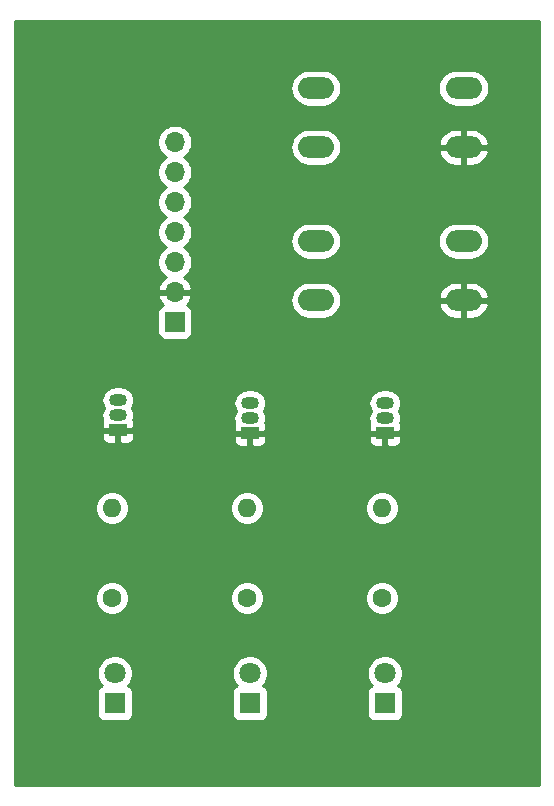
<source format=gbr>
%TF.GenerationSoftware,KiCad,Pcbnew,(5.1.10)-1*%
%TF.CreationDate,2021-10-31T23:54:57-05:00*%
%TF.ProjectId,File1,46696c65-312e-46b6-9963-61645f706362,rev?*%
%TF.SameCoordinates,Original*%
%TF.FileFunction,Copper,L2,Bot*%
%TF.FilePolarity,Positive*%
%FSLAX46Y46*%
G04 Gerber Fmt 4.6, Leading zero omitted, Abs format (unit mm)*
G04 Created by KiCad (PCBNEW (5.1.10)-1) date 2021-10-31 23:54:57*
%MOMM*%
%LPD*%
G01*
G04 APERTURE LIST*
%TA.AperFunction,ComponentPad*%
%ADD10O,1.500000X1.050000*%
%TD*%
%TA.AperFunction,ComponentPad*%
%ADD11R,1.500000X1.050000*%
%TD*%
%TA.AperFunction,ComponentPad*%
%ADD12R,1.800000X1.800000*%
%TD*%
%TA.AperFunction,ComponentPad*%
%ADD13C,1.800000*%
%TD*%
%TA.AperFunction,ComponentPad*%
%ADD14O,1.700000X1.700000*%
%TD*%
%TA.AperFunction,ComponentPad*%
%ADD15R,1.700000X1.700000*%
%TD*%
%TA.AperFunction,ComponentPad*%
%ADD16C,1.600000*%
%TD*%
%TA.AperFunction,ComponentPad*%
%ADD17O,1.600000X1.600000*%
%TD*%
%TA.AperFunction,ComponentPad*%
%ADD18O,3.048000X1.850000*%
%TD*%
%TA.AperFunction,Conductor*%
%ADD19C,0.254000*%
%TD*%
%TA.AperFunction,Conductor*%
%ADD20C,0.100000*%
%TD*%
G04 APERTURE END LIST*
D10*
%TO.P,Q1,2*%
%TO.N,/a1*%
X39878000Y-105156000D03*
%TO.P,Q1,3*%
%TO.N,Net-(Q1-Pad3)*%
X39878000Y-103886000D03*
D11*
%TO.P,Q1,1*%
%TO.N,GND*%
X39878000Y-106426000D03*
%TD*%
D12*
%TO.P,D1,1*%
%TO.N,Net-(D1-Pad1)*%
X39624000Y-129540000D03*
D13*
%TO.P,D1,2*%
%TO.N,VCC*%
X39624000Y-127000000D03*
%TD*%
%TO.P,D2,2*%
%TO.N,VCC*%
X51054000Y-127000000D03*
D12*
%TO.P,D2,1*%
%TO.N,Net-(D2-Pad1)*%
X51054000Y-129540000D03*
%TD*%
%TO.P,D3,1*%
%TO.N,Net-(D3-Pad1)*%
X62484000Y-129540000D03*
D13*
%TO.P,D3,2*%
%TO.N,VCC*%
X62484000Y-127000000D03*
%TD*%
D14*
%TO.P,J1,7*%
%TO.N,/S2*%
X44704000Y-82042000D03*
%TO.P,J1,6*%
%TO.N,/S1*%
X44704000Y-84582000D03*
%TO.P,J1,5*%
%TO.N,/a3*%
X44704000Y-87122000D03*
%TO.P,J1,4*%
%TO.N,/a2*%
X44704000Y-89662000D03*
%TO.P,J1,3*%
%TO.N,/a1*%
X44704000Y-92202000D03*
%TO.P,J1,2*%
%TO.N,GND*%
X44704000Y-94742000D03*
D15*
%TO.P,J1,1*%
%TO.N,VCC*%
X44704000Y-97282000D03*
%TD*%
D11*
%TO.P,Q2,1*%
%TO.N,GND*%
X51054000Y-106680000D03*
D10*
%TO.P,Q2,3*%
%TO.N,Net-(Q2-Pad3)*%
X51054000Y-104140000D03*
%TO.P,Q2,2*%
%TO.N,/a2*%
X51054000Y-105410000D03*
%TD*%
%TO.P,Q3,2*%
%TO.N,/a3*%
X62484000Y-105410000D03*
%TO.P,Q3,3*%
%TO.N,Net-(Q3-Pad3)*%
X62484000Y-104140000D03*
D11*
%TO.P,Q3,1*%
%TO.N,GND*%
X62484000Y-106680000D03*
%TD*%
D16*
%TO.P,R1,1*%
%TO.N,Net-(D1-Pad1)*%
X39370000Y-120650000D03*
D17*
%TO.P,R1,2*%
%TO.N,Net-(Q1-Pad3)*%
X39370000Y-113030000D03*
%TD*%
%TO.P,R2,2*%
%TO.N,Net-(Q2-Pad3)*%
X50800000Y-113030000D03*
D16*
%TO.P,R2,1*%
%TO.N,Net-(D2-Pad1)*%
X50800000Y-120650000D03*
%TD*%
%TO.P,R3,1*%
%TO.N,Net-(D3-Pad1)*%
X62230000Y-120650000D03*
D17*
%TO.P,R3,2*%
%TO.N,Net-(Q3-Pad3)*%
X62230000Y-113030000D03*
%TD*%
D18*
%TO.P,SW1,3*%
%TO.N,/S1*%
X69142000Y-77470000D03*
%TO.P,SW1,4*%
%TO.N,GND*%
X69142000Y-82470000D03*
%TO.P,SW1,1*%
%TO.N,Net-(SW1-Pad1)*%
X56642000Y-77470000D03*
%TO.P,SW1,2*%
%TO.N,Net-(SW1-Pad2)*%
X56642000Y-82470000D03*
%TD*%
%TO.P,SW2,2*%
%TO.N,Net-(SW2-Pad2)*%
X56642000Y-95424000D03*
%TO.P,SW2,1*%
%TO.N,Net-(SW2-Pad1)*%
X56642000Y-90424000D03*
%TO.P,SW2,4*%
%TO.N,GND*%
X69142000Y-95424000D03*
%TO.P,SW2,3*%
%TO.N,/S2*%
X69142000Y-90424000D03*
%TD*%
D19*
%TO.N,GND*%
X75540000Y-136500000D02*
X31140000Y-136500000D01*
X31140000Y-128640000D01*
X38085928Y-128640000D01*
X38085928Y-130440000D01*
X38098188Y-130564482D01*
X38134498Y-130684180D01*
X38193463Y-130794494D01*
X38272815Y-130891185D01*
X38369506Y-130970537D01*
X38479820Y-131029502D01*
X38599518Y-131065812D01*
X38724000Y-131078072D01*
X40524000Y-131078072D01*
X40648482Y-131065812D01*
X40768180Y-131029502D01*
X40878494Y-130970537D01*
X40975185Y-130891185D01*
X41054537Y-130794494D01*
X41113502Y-130684180D01*
X41149812Y-130564482D01*
X41162072Y-130440000D01*
X41162072Y-128640000D01*
X49515928Y-128640000D01*
X49515928Y-130440000D01*
X49528188Y-130564482D01*
X49564498Y-130684180D01*
X49623463Y-130794494D01*
X49702815Y-130891185D01*
X49799506Y-130970537D01*
X49909820Y-131029502D01*
X50029518Y-131065812D01*
X50154000Y-131078072D01*
X51954000Y-131078072D01*
X52078482Y-131065812D01*
X52198180Y-131029502D01*
X52308494Y-130970537D01*
X52405185Y-130891185D01*
X52484537Y-130794494D01*
X52543502Y-130684180D01*
X52579812Y-130564482D01*
X52592072Y-130440000D01*
X52592072Y-128640000D01*
X60945928Y-128640000D01*
X60945928Y-130440000D01*
X60958188Y-130564482D01*
X60994498Y-130684180D01*
X61053463Y-130794494D01*
X61132815Y-130891185D01*
X61229506Y-130970537D01*
X61339820Y-131029502D01*
X61459518Y-131065812D01*
X61584000Y-131078072D01*
X63384000Y-131078072D01*
X63508482Y-131065812D01*
X63628180Y-131029502D01*
X63738494Y-130970537D01*
X63835185Y-130891185D01*
X63914537Y-130794494D01*
X63973502Y-130684180D01*
X64009812Y-130564482D01*
X64022072Y-130440000D01*
X64022072Y-128640000D01*
X64009812Y-128515518D01*
X63973502Y-128395820D01*
X63914537Y-128285506D01*
X63835185Y-128188815D01*
X63738494Y-128109463D01*
X63628180Y-128050498D01*
X63609873Y-128044944D01*
X63676312Y-127978505D01*
X63844299Y-127727095D01*
X63960011Y-127447743D01*
X64019000Y-127151184D01*
X64019000Y-126848816D01*
X63960011Y-126552257D01*
X63844299Y-126272905D01*
X63676312Y-126021495D01*
X63462505Y-125807688D01*
X63211095Y-125639701D01*
X62931743Y-125523989D01*
X62635184Y-125465000D01*
X62332816Y-125465000D01*
X62036257Y-125523989D01*
X61756905Y-125639701D01*
X61505495Y-125807688D01*
X61291688Y-126021495D01*
X61123701Y-126272905D01*
X61007989Y-126552257D01*
X60949000Y-126848816D01*
X60949000Y-127151184D01*
X61007989Y-127447743D01*
X61123701Y-127727095D01*
X61291688Y-127978505D01*
X61358127Y-128044944D01*
X61339820Y-128050498D01*
X61229506Y-128109463D01*
X61132815Y-128188815D01*
X61053463Y-128285506D01*
X60994498Y-128395820D01*
X60958188Y-128515518D01*
X60945928Y-128640000D01*
X52592072Y-128640000D01*
X52579812Y-128515518D01*
X52543502Y-128395820D01*
X52484537Y-128285506D01*
X52405185Y-128188815D01*
X52308494Y-128109463D01*
X52198180Y-128050498D01*
X52179873Y-128044944D01*
X52246312Y-127978505D01*
X52414299Y-127727095D01*
X52530011Y-127447743D01*
X52589000Y-127151184D01*
X52589000Y-126848816D01*
X52530011Y-126552257D01*
X52414299Y-126272905D01*
X52246312Y-126021495D01*
X52032505Y-125807688D01*
X51781095Y-125639701D01*
X51501743Y-125523989D01*
X51205184Y-125465000D01*
X50902816Y-125465000D01*
X50606257Y-125523989D01*
X50326905Y-125639701D01*
X50075495Y-125807688D01*
X49861688Y-126021495D01*
X49693701Y-126272905D01*
X49577989Y-126552257D01*
X49519000Y-126848816D01*
X49519000Y-127151184D01*
X49577989Y-127447743D01*
X49693701Y-127727095D01*
X49861688Y-127978505D01*
X49928127Y-128044944D01*
X49909820Y-128050498D01*
X49799506Y-128109463D01*
X49702815Y-128188815D01*
X49623463Y-128285506D01*
X49564498Y-128395820D01*
X49528188Y-128515518D01*
X49515928Y-128640000D01*
X41162072Y-128640000D01*
X41149812Y-128515518D01*
X41113502Y-128395820D01*
X41054537Y-128285506D01*
X40975185Y-128188815D01*
X40878494Y-128109463D01*
X40768180Y-128050498D01*
X40749873Y-128044944D01*
X40816312Y-127978505D01*
X40984299Y-127727095D01*
X41100011Y-127447743D01*
X41159000Y-127151184D01*
X41159000Y-126848816D01*
X41100011Y-126552257D01*
X40984299Y-126272905D01*
X40816312Y-126021495D01*
X40602505Y-125807688D01*
X40351095Y-125639701D01*
X40071743Y-125523989D01*
X39775184Y-125465000D01*
X39472816Y-125465000D01*
X39176257Y-125523989D01*
X38896905Y-125639701D01*
X38645495Y-125807688D01*
X38431688Y-126021495D01*
X38263701Y-126272905D01*
X38147989Y-126552257D01*
X38089000Y-126848816D01*
X38089000Y-127151184D01*
X38147989Y-127447743D01*
X38263701Y-127727095D01*
X38431688Y-127978505D01*
X38498127Y-128044944D01*
X38479820Y-128050498D01*
X38369506Y-128109463D01*
X38272815Y-128188815D01*
X38193463Y-128285506D01*
X38134498Y-128395820D01*
X38098188Y-128515518D01*
X38085928Y-128640000D01*
X31140000Y-128640000D01*
X31140000Y-120508665D01*
X37935000Y-120508665D01*
X37935000Y-120791335D01*
X37990147Y-121068574D01*
X38098320Y-121329727D01*
X38255363Y-121564759D01*
X38455241Y-121764637D01*
X38690273Y-121921680D01*
X38951426Y-122029853D01*
X39228665Y-122085000D01*
X39511335Y-122085000D01*
X39788574Y-122029853D01*
X40049727Y-121921680D01*
X40284759Y-121764637D01*
X40484637Y-121564759D01*
X40641680Y-121329727D01*
X40749853Y-121068574D01*
X40805000Y-120791335D01*
X40805000Y-120508665D01*
X49365000Y-120508665D01*
X49365000Y-120791335D01*
X49420147Y-121068574D01*
X49528320Y-121329727D01*
X49685363Y-121564759D01*
X49885241Y-121764637D01*
X50120273Y-121921680D01*
X50381426Y-122029853D01*
X50658665Y-122085000D01*
X50941335Y-122085000D01*
X51218574Y-122029853D01*
X51479727Y-121921680D01*
X51714759Y-121764637D01*
X51914637Y-121564759D01*
X52071680Y-121329727D01*
X52179853Y-121068574D01*
X52235000Y-120791335D01*
X52235000Y-120508665D01*
X60795000Y-120508665D01*
X60795000Y-120791335D01*
X60850147Y-121068574D01*
X60958320Y-121329727D01*
X61115363Y-121564759D01*
X61315241Y-121764637D01*
X61550273Y-121921680D01*
X61811426Y-122029853D01*
X62088665Y-122085000D01*
X62371335Y-122085000D01*
X62648574Y-122029853D01*
X62909727Y-121921680D01*
X63144759Y-121764637D01*
X63344637Y-121564759D01*
X63501680Y-121329727D01*
X63609853Y-121068574D01*
X63665000Y-120791335D01*
X63665000Y-120508665D01*
X63609853Y-120231426D01*
X63501680Y-119970273D01*
X63344637Y-119735241D01*
X63144759Y-119535363D01*
X62909727Y-119378320D01*
X62648574Y-119270147D01*
X62371335Y-119215000D01*
X62088665Y-119215000D01*
X61811426Y-119270147D01*
X61550273Y-119378320D01*
X61315241Y-119535363D01*
X61115363Y-119735241D01*
X60958320Y-119970273D01*
X60850147Y-120231426D01*
X60795000Y-120508665D01*
X52235000Y-120508665D01*
X52179853Y-120231426D01*
X52071680Y-119970273D01*
X51914637Y-119735241D01*
X51714759Y-119535363D01*
X51479727Y-119378320D01*
X51218574Y-119270147D01*
X50941335Y-119215000D01*
X50658665Y-119215000D01*
X50381426Y-119270147D01*
X50120273Y-119378320D01*
X49885241Y-119535363D01*
X49685363Y-119735241D01*
X49528320Y-119970273D01*
X49420147Y-120231426D01*
X49365000Y-120508665D01*
X40805000Y-120508665D01*
X40749853Y-120231426D01*
X40641680Y-119970273D01*
X40484637Y-119735241D01*
X40284759Y-119535363D01*
X40049727Y-119378320D01*
X39788574Y-119270147D01*
X39511335Y-119215000D01*
X39228665Y-119215000D01*
X38951426Y-119270147D01*
X38690273Y-119378320D01*
X38455241Y-119535363D01*
X38255363Y-119735241D01*
X38098320Y-119970273D01*
X37990147Y-120231426D01*
X37935000Y-120508665D01*
X31140000Y-120508665D01*
X31140000Y-112888665D01*
X37935000Y-112888665D01*
X37935000Y-113171335D01*
X37990147Y-113448574D01*
X38098320Y-113709727D01*
X38255363Y-113944759D01*
X38455241Y-114144637D01*
X38690273Y-114301680D01*
X38951426Y-114409853D01*
X39228665Y-114465000D01*
X39511335Y-114465000D01*
X39788574Y-114409853D01*
X40049727Y-114301680D01*
X40284759Y-114144637D01*
X40484637Y-113944759D01*
X40641680Y-113709727D01*
X40749853Y-113448574D01*
X40805000Y-113171335D01*
X40805000Y-112888665D01*
X49365000Y-112888665D01*
X49365000Y-113171335D01*
X49420147Y-113448574D01*
X49528320Y-113709727D01*
X49685363Y-113944759D01*
X49885241Y-114144637D01*
X50120273Y-114301680D01*
X50381426Y-114409853D01*
X50658665Y-114465000D01*
X50941335Y-114465000D01*
X51218574Y-114409853D01*
X51479727Y-114301680D01*
X51714759Y-114144637D01*
X51914637Y-113944759D01*
X52071680Y-113709727D01*
X52179853Y-113448574D01*
X52235000Y-113171335D01*
X52235000Y-112888665D01*
X60795000Y-112888665D01*
X60795000Y-113171335D01*
X60850147Y-113448574D01*
X60958320Y-113709727D01*
X61115363Y-113944759D01*
X61315241Y-114144637D01*
X61550273Y-114301680D01*
X61811426Y-114409853D01*
X62088665Y-114465000D01*
X62371335Y-114465000D01*
X62648574Y-114409853D01*
X62909727Y-114301680D01*
X63144759Y-114144637D01*
X63344637Y-113944759D01*
X63501680Y-113709727D01*
X63609853Y-113448574D01*
X63665000Y-113171335D01*
X63665000Y-112888665D01*
X63609853Y-112611426D01*
X63501680Y-112350273D01*
X63344637Y-112115241D01*
X63144759Y-111915363D01*
X62909727Y-111758320D01*
X62648574Y-111650147D01*
X62371335Y-111595000D01*
X62088665Y-111595000D01*
X61811426Y-111650147D01*
X61550273Y-111758320D01*
X61315241Y-111915363D01*
X61115363Y-112115241D01*
X60958320Y-112350273D01*
X60850147Y-112611426D01*
X60795000Y-112888665D01*
X52235000Y-112888665D01*
X52179853Y-112611426D01*
X52071680Y-112350273D01*
X51914637Y-112115241D01*
X51714759Y-111915363D01*
X51479727Y-111758320D01*
X51218574Y-111650147D01*
X50941335Y-111595000D01*
X50658665Y-111595000D01*
X50381426Y-111650147D01*
X50120273Y-111758320D01*
X49885241Y-111915363D01*
X49685363Y-112115241D01*
X49528320Y-112350273D01*
X49420147Y-112611426D01*
X49365000Y-112888665D01*
X40805000Y-112888665D01*
X40749853Y-112611426D01*
X40641680Y-112350273D01*
X40484637Y-112115241D01*
X40284759Y-111915363D01*
X40049727Y-111758320D01*
X39788574Y-111650147D01*
X39511335Y-111595000D01*
X39228665Y-111595000D01*
X38951426Y-111650147D01*
X38690273Y-111758320D01*
X38455241Y-111915363D01*
X38255363Y-112115241D01*
X38098320Y-112350273D01*
X37990147Y-112611426D01*
X37935000Y-112888665D01*
X31140000Y-112888665D01*
X31140000Y-106951000D01*
X38489928Y-106951000D01*
X38502188Y-107075482D01*
X38538498Y-107195180D01*
X38597463Y-107305494D01*
X38676815Y-107402185D01*
X38773506Y-107481537D01*
X38883820Y-107540502D01*
X39003518Y-107576812D01*
X39128000Y-107589072D01*
X39592250Y-107586000D01*
X39751000Y-107427250D01*
X39751000Y-106553000D01*
X40005000Y-106553000D01*
X40005000Y-107427250D01*
X40163750Y-107586000D01*
X40628000Y-107589072D01*
X40752482Y-107576812D01*
X40872180Y-107540502D01*
X40982494Y-107481537D01*
X41079185Y-107402185D01*
X41158537Y-107305494D01*
X41212253Y-107205000D01*
X49665928Y-107205000D01*
X49678188Y-107329482D01*
X49714498Y-107449180D01*
X49773463Y-107559494D01*
X49852815Y-107656185D01*
X49949506Y-107735537D01*
X50059820Y-107794502D01*
X50179518Y-107830812D01*
X50304000Y-107843072D01*
X50768250Y-107840000D01*
X50927000Y-107681250D01*
X50927000Y-106807000D01*
X51181000Y-106807000D01*
X51181000Y-107681250D01*
X51339750Y-107840000D01*
X51804000Y-107843072D01*
X51928482Y-107830812D01*
X52048180Y-107794502D01*
X52158494Y-107735537D01*
X52255185Y-107656185D01*
X52334537Y-107559494D01*
X52393502Y-107449180D01*
X52429812Y-107329482D01*
X52442072Y-107205000D01*
X61095928Y-107205000D01*
X61108188Y-107329482D01*
X61144498Y-107449180D01*
X61203463Y-107559494D01*
X61282815Y-107656185D01*
X61379506Y-107735537D01*
X61489820Y-107794502D01*
X61609518Y-107830812D01*
X61734000Y-107843072D01*
X62198250Y-107840000D01*
X62357000Y-107681250D01*
X62357000Y-106807000D01*
X62611000Y-106807000D01*
X62611000Y-107681250D01*
X62769750Y-107840000D01*
X63234000Y-107843072D01*
X63358482Y-107830812D01*
X63478180Y-107794502D01*
X63588494Y-107735537D01*
X63685185Y-107656185D01*
X63764537Y-107559494D01*
X63823502Y-107449180D01*
X63859812Y-107329482D01*
X63872072Y-107205000D01*
X63869000Y-106965750D01*
X63710250Y-106807000D01*
X62611000Y-106807000D01*
X62357000Y-106807000D01*
X61257750Y-106807000D01*
X61099000Y-106965750D01*
X61095928Y-107205000D01*
X52442072Y-107205000D01*
X52439000Y-106965750D01*
X52280250Y-106807000D01*
X51181000Y-106807000D01*
X50927000Y-106807000D01*
X49827750Y-106807000D01*
X49669000Y-106965750D01*
X49665928Y-107205000D01*
X41212253Y-107205000D01*
X41217502Y-107195180D01*
X41253812Y-107075482D01*
X41266072Y-106951000D01*
X41263000Y-106711750D01*
X41104250Y-106553000D01*
X40005000Y-106553000D01*
X39751000Y-106553000D01*
X38651750Y-106553000D01*
X38493000Y-106711750D01*
X38489928Y-106951000D01*
X31140000Y-106951000D01*
X31140000Y-103886000D01*
X38487388Y-103886000D01*
X38509785Y-104113400D01*
X38576115Y-104332060D01*
X38677105Y-104521000D01*
X38576115Y-104709940D01*
X38509785Y-104928600D01*
X38487388Y-105156000D01*
X38509785Y-105383400D01*
X38573093Y-105592098D01*
X38538498Y-105656820D01*
X38502188Y-105776518D01*
X38489928Y-105901000D01*
X38493000Y-106140250D01*
X38651750Y-106299000D01*
X39424891Y-106299000D01*
X39425600Y-106299215D01*
X39596021Y-106316000D01*
X40159979Y-106316000D01*
X40330400Y-106299215D01*
X40331109Y-106299000D01*
X41104250Y-106299000D01*
X41263000Y-106140250D01*
X41266072Y-105901000D01*
X41253812Y-105776518D01*
X41217502Y-105656820D01*
X41182907Y-105592098D01*
X41246215Y-105383400D01*
X41268612Y-105156000D01*
X41246215Y-104928600D01*
X41179885Y-104709940D01*
X41078895Y-104521000D01*
X41179885Y-104332060D01*
X41238145Y-104140000D01*
X49663388Y-104140000D01*
X49685785Y-104367400D01*
X49752115Y-104586060D01*
X49853105Y-104775000D01*
X49752115Y-104963940D01*
X49685785Y-105182600D01*
X49663388Y-105410000D01*
X49685785Y-105637400D01*
X49749093Y-105846098D01*
X49714498Y-105910820D01*
X49678188Y-106030518D01*
X49665928Y-106155000D01*
X49669000Y-106394250D01*
X49827750Y-106553000D01*
X50600891Y-106553000D01*
X50601600Y-106553215D01*
X50772021Y-106570000D01*
X51335979Y-106570000D01*
X51506400Y-106553215D01*
X51507109Y-106553000D01*
X52280250Y-106553000D01*
X52439000Y-106394250D01*
X52442072Y-106155000D01*
X52429812Y-106030518D01*
X52393502Y-105910820D01*
X52358907Y-105846098D01*
X52422215Y-105637400D01*
X52444612Y-105410000D01*
X52422215Y-105182600D01*
X52355885Y-104963940D01*
X52254895Y-104775000D01*
X52355885Y-104586060D01*
X52422215Y-104367400D01*
X52444612Y-104140000D01*
X61093388Y-104140000D01*
X61115785Y-104367400D01*
X61182115Y-104586060D01*
X61283105Y-104775000D01*
X61182115Y-104963940D01*
X61115785Y-105182600D01*
X61093388Y-105410000D01*
X61115785Y-105637400D01*
X61179093Y-105846098D01*
X61144498Y-105910820D01*
X61108188Y-106030518D01*
X61095928Y-106155000D01*
X61099000Y-106394250D01*
X61257750Y-106553000D01*
X62030891Y-106553000D01*
X62031600Y-106553215D01*
X62202021Y-106570000D01*
X62765979Y-106570000D01*
X62936400Y-106553215D01*
X62937109Y-106553000D01*
X63710250Y-106553000D01*
X63869000Y-106394250D01*
X63872072Y-106155000D01*
X63859812Y-106030518D01*
X63823502Y-105910820D01*
X63788907Y-105846098D01*
X63852215Y-105637400D01*
X63874612Y-105410000D01*
X63852215Y-105182600D01*
X63785885Y-104963940D01*
X63684895Y-104775000D01*
X63785885Y-104586060D01*
X63852215Y-104367400D01*
X63874612Y-104140000D01*
X63852215Y-103912600D01*
X63785885Y-103693940D01*
X63678171Y-103492421D01*
X63533212Y-103315788D01*
X63356579Y-103170829D01*
X63155060Y-103063115D01*
X62936400Y-102996785D01*
X62765979Y-102980000D01*
X62202021Y-102980000D01*
X62031600Y-102996785D01*
X61812940Y-103063115D01*
X61611421Y-103170829D01*
X61434788Y-103315788D01*
X61289829Y-103492421D01*
X61182115Y-103693940D01*
X61115785Y-103912600D01*
X61093388Y-104140000D01*
X52444612Y-104140000D01*
X52422215Y-103912600D01*
X52355885Y-103693940D01*
X52248171Y-103492421D01*
X52103212Y-103315788D01*
X51926579Y-103170829D01*
X51725060Y-103063115D01*
X51506400Y-102996785D01*
X51335979Y-102980000D01*
X50772021Y-102980000D01*
X50601600Y-102996785D01*
X50382940Y-103063115D01*
X50181421Y-103170829D01*
X50004788Y-103315788D01*
X49859829Y-103492421D01*
X49752115Y-103693940D01*
X49685785Y-103912600D01*
X49663388Y-104140000D01*
X41238145Y-104140000D01*
X41246215Y-104113400D01*
X41268612Y-103886000D01*
X41246215Y-103658600D01*
X41179885Y-103439940D01*
X41072171Y-103238421D01*
X40927212Y-103061788D01*
X40750579Y-102916829D01*
X40549060Y-102809115D01*
X40330400Y-102742785D01*
X40159979Y-102726000D01*
X39596021Y-102726000D01*
X39425600Y-102742785D01*
X39206940Y-102809115D01*
X39005421Y-102916829D01*
X38828788Y-103061788D01*
X38683829Y-103238421D01*
X38576115Y-103439940D01*
X38509785Y-103658600D01*
X38487388Y-103886000D01*
X31140000Y-103886000D01*
X31140000Y-96432000D01*
X43215928Y-96432000D01*
X43215928Y-98132000D01*
X43228188Y-98256482D01*
X43264498Y-98376180D01*
X43323463Y-98486494D01*
X43402815Y-98583185D01*
X43499506Y-98662537D01*
X43609820Y-98721502D01*
X43729518Y-98757812D01*
X43854000Y-98770072D01*
X45554000Y-98770072D01*
X45678482Y-98757812D01*
X45798180Y-98721502D01*
X45908494Y-98662537D01*
X46005185Y-98583185D01*
X46084537Y-98486494D01*
X46143502Y-98376180D01*
X46179812Y-98256482D01*
X46192072Y-98132000D01*
X46192072Y-96432000D01*
X46179812Y-96307518D01*
X46143502Y-96187820D01*
X46084537Y-96077506D01*
X46005185Y-95980815D01*
X45908494Y-95901463D01*
X45798180Y-95842498D01*
X45717534Y-95818034D01*
X45801588Y-95742269D01*
X45975641Y-95508920D01*
X46016089Y-95424000D01*
X54475452Y-95424000D01*
X54505572Y-95729813D01*
X54594774Y-96023875D01*
X54739631Y-96294883D01*
X54934576Y-96532424D01*
X55172117Y-96727369D01*
X55443125Y-96872226D01*
X55737187Y-96961428D01*
X55966364Y-96984000D01*
X57317636Y-96984000D01*
X57546813Y-96961428D01*
X57840875Y-96872226D01*
X58111883Y-96727369D01*
X58349424Y-96532424D01*
X58544369Y-96294883D01*
X58689226Y-96023875D01*
X58759362Y-95792664D01*
X67027188Y-95792664D01*
X67053147Y-95903655D01*
X67175350Y-96185094D01*
X67350111Y-96437285D01*
X67570714Y-96650536D01*
X67828681Y-96816652D01*
X68114099Y-96929249D01*
X68416000Y-96984000D01*
X69015000Y-96984000D01*
X69015000Y-95551000D01*
X69269000Y-95551000D01*
X69269000Y-96984000D01*
X69868000Y-96984000D01*
X70169901Y-96929249D01*
X70455319Y-96816652D01*
X70713286Y-96650536D01*
X70933889Y-96437285D01*
X71108650Y-96185094D01*
X71230853Y-95903655D01*
X71256812Y-95792664D01*
X71136483Y-95551000D01*
X69269000Y-95551000D01*
X69015000Y-95551000D01*
X67147517Y-95551000D01*
X67027188Y-95792664D01*
X58759362Y-95792664D01*
X58778428Y-95729813D01*
X58808548Y-95424000D01*
X58778428Y-95118187D01*
X58759363Y-95055336D01*
X67027188Y-95055336D01*
X67147517Y-95297000D01*
X69015000Y-95297000D01*
X69015000Y-93864000D01*
X69269000Y-93864000D01*
X69269000Y-95297000D01*
X71136483Y-95297000D01*
X71256812Y-95055336D01*
X71230853Y-94944345D01*
X71108650Y-94662906D01*
X70933889Y-94410715D01*
X70713286Y-94197464D01*
X70455319Y-94031348D01*
X70169901Y-93918751D01*
X69868000Y-93864000D01*
X69269000Y-93864000D01*
X69015000Y-93864000D01*
X68416000Y-93864000D01*
X68114099Y-93918751D01*
X67828681Y-94031348D01*
X67570714Y-94197464D01*
X67350111Y-94410715D01*
X67175350Y-94662906D01*
X67053147Y-94944345D01*
X67027188Y-95055336D01*
X58759363Y-95055336D01*
X58689226Y-94824125D01*
X58544369Y-94553117D01*
X58349424Y-94315576D01*
X58111883Y-94120631D01*
X57840875Y-93975774D01*
X57546813Y-93886572D01*
X57317636Y-93864000D01*
X55966364Y-93864000D01*
X55737187Y-93886572D01*
X55443125Y-93975774D01*
X55172117Y-94120631D01*
X54934576Y-94315576D01*
X54739631Y-94553117D01*
X54594774Y-94824125D01*
X54505572Y-95118187D01*
X54475452Y-95424000D01*
X46016089Y-95424000D01*
X46100825Y-95246099D01*
X46145476Y-95098890D01*
X46024155Y-94869000D01*
X44831000Y-94869000D01*
X44831000Y-94889000D01*
X44577000Y-94889000D01*
X44577000Y-94869000D01*
X43383845Y-94869000D01*
X43262524Y-95098890D01*
X43307175Y-95246099D01*
X43432359Y-95508920D01*
X43606412Y-95742269D01*
X43690466Y-95818034D01*
X43609820Y-95842498D01*
X43499506Y-95901463D01*
X43402815Y-95980815D01*
X43323463Y-96077506D01*
X43264498Y-96187820D01*
X43228188Y-96307518D01*
X43215928Y-96432000D01*
X31140000Y-96432000D01*
X31140000Y-81895740D01*
X43219000Y-81895740D01*
X43219000Y-82188260D01*
X43276068Y-82475158D01*
X43388010Y-82745411D01*
X43550525Y-82988632D01*
X43757368Y-83195475D01*
X43931760Y-83312000D01*
X43757368Y-83428525D01*
X43550525Y-83635368D01*
X43388010Y-83878589D01*
X43276068Y-84148842D01*
X43219000Y-84435740D01*
X43219000Y-84728260D01*
X43276068Y-85015158D01*
X43388010Y-85285411D01*
X43550525Y-85528632D01*
X43757368Y-85735475D01*
X43931760Y-85852000D01*
X43757368Y-85968525D01*
X43550525Y-86175368D01*
X43388010Y-86418589D01*
X43276068Y-86688842D01*
X43219000Y-86975740D01*
X43219000Y-87268260D01*
X43276068Y-87555158D01*
X43388010Y-87825411D01*
X43550525Y-88068632D01*
X43757368Y-88275475D01*
X43931760Y-88392000D01*
X43757368Y-88508525D01*
X43550525Y-88715368D01*
X43388010Y-88958589D01*
X43276068Y-89228842D01*
X43219000Y-89515740D01*
X43219000Y-89808260D01*
X43276068Y-90095158D01*
X43388010Y-90365411D01*
X43550525Y-90608632D01*
X43757368Y-90815475D01*
X43931760Y-90932000D01*
X43757368Y-91048525D01*
X43550525Y-91255368D01*
X43388010Y-91498589D01*
X43276068Y-91768842D01*
X43219000Y-92055740D01*
X43219000Y-92348260D01*
X43276068Y-92635158D01*
X43388010Y-92905411D01*
X43550525Y-93148632D01*
X43757368Y-93355475D01*
X43939534Y-93477195D01*
X43822645Y-93546822D01*
X43606412Y-93741731D01*
X43432359Y-93975080D01*
X43307175Y-94237901D01*
X43262524Y-94385110D01*
X43383845Y-94615000D01*
X44577000Y-94615000D01*
X44577000Y-94595000D01*
X44831000Y-94595000D01*
X44831000Y-94615000D01*
X46024155Y-94615000D01*
X46145476Y-94385110D01*
X46100825Y-94237901D01*
X45975641Y-93975080D01*
X45801588Y-93741731D01*
X45585355Y-93546822D01*
X45468466Y-93477195D01*
X45650632Y-93355475D01*
X45857475Y-93148632D01*
X46019990Y-92905411D01*
X46131932Y-92635158D01*
X46189000Y-92348260D01*
X46189000Y-92055740D01*
X46131932Y-91768842D01*
X46019990Y-91498589D01*
X45857475Y-91255368D01*
X45650632Y-91048525D01*
X45476240Y-90932000D01*
X45650632Y-90815475D01*
X45857475Y-90608632D01*
X45980842Y-90424000D01*
X54475452Y-90424000D01*
X54505572Y-90729813D01*
X54594774Y-91023875D01*
X54739631Y-91294883D01*
X54934576Y-91532424D01*
X55172117Y-91727369D01*
X55443125Y-91872226D01*
X55737187Y-91961428D01*
X55966364Y-91984000D01*
X57317636Y-91984000D01*
X57546813Y-91961428D01*
X57840875Y-91872226D01*
X58111883Y-91727369D01*
X58349424Y-91532424D01*
X58544369Y-91294883D01*
X58689226Y-91023875D01*
X58778428Y-90729813D01*
X58808548Y-90424000D01*
X66975452Y-90424000D01*
X67005572Y-90729813D01*
X67094774Y-91023875D01*
X67239631Y-91294883D01*
X67434576Y-91532424D01*
X67672117Y-91727369D01*
X67943125Y-91872226D01*
X68237187Y-91961428D01*
X68466364Y-91984000D01*
X69817636Y-91984000D01*
X70046813Y-91961428D01*
X70340875Y-91872226D01*
X70611883Y-91727369D01*
X70849424Y-91532424D01*
X71044369Y-91294883D01*
X71189226Y-91023875D01*
X71278428Y-90729813D01*
X71308548Y-90424000D01*
X71278428Y-90118187D01*
X71189226Y-89824125D01*
X71044369Y-89553117D01*
X70849424Y-89315576D01*
X70611883Y-89120631D01*
X70340875Y-88975774D01*
X70046813Y-88886572D01*
X69817636Y-88864000D01*
X68466364Y-88864000D01*
X68237187Y-88886572D01*
X67943125Y-88975774D01*
X67672117Y-89120631D01*
X67434576Y-89315576D01*
X67239631Y-89553117D01*
X67094774Y-89824125D01*
X67005572Y-90118187D01*
X66975452Y-90424000D01*
X58808548Y-90424000D01*
X58778428Y-90118187D01*
X58689226Y-89824125D01*
X58544369Y-89553117D01*
X58349424Y-89315576D01*
X58111883Y-89120631D01*
X57840875Y-88975774D01*
X57546813Y-88886572D01*
X57317636Y-88864000D01*
X55966364Y-88864000D01*
X55737187Y-88886572D01*
X55443125Y-88975774D01*
X55172117Y-89120631D01*
X54934576Y-89315576D01*
X54739631Y-89553117D01*
X54594774Y-89824125D01*
X54505572Y-90118187D01*
X54475452Y-90424000D01*
X45980842Y-90424000D01*
X46019990Y-90365411D01*
X46131932Y-90095158D01*
X46189000Y-89808260D01*
X46189000Y-89515740D01*
X46131932Y-89228842D01*
X46019990Y-88958589D01*
X45857475Y-88715368D01*
X45650632Y-88508525D01*
X45476240Y-88392000D01*
X45650632Y-88275475D01*
X45857475Y-88068632D01*
X46019990Y-87825411D01*
X46131932Y-87555158D01*
X46189000Y-87268260D01*
X46189000Y-86975740D01*
X46131932Y-86688842D01*
X46019990Y-86418589D01*
X45857475Y-86175368D01*
X45650632Y-85968525D01*
X45476240Y-85852000D01*
X45650632Y-85735475D01*
X45857475Y-85528632D01*
X46019990Y-85285411D01*
X46131932Y-85015158D01*
X46189000Y-84728260D01*
X46189000Y-84435740D01*
X46131932Y-84148842D01*
X46019990Y-83878589D01*
X45857475Y-83635368D01*
X45650632Y-83428525D01*
X45476240Y-83312000D01*
X45650632Y-83195475D01*
X45857475Y-82988632D01*
X46019990Y-82745411D01*
X46131932Y-82475158D01*
X46132957Y-82470000D01*
X54475452Y-82470000D01*
X54505572Y-82775813D01*
X54594774Y-83069875D01*
X54739631Y-83340883D01*
X54934576Y-83578424D01*
X55172117Y-83773369D01*
X55443125Y-83918226D01*
X55737187Y-84007428D01*
X55966364Y-84030000D01*
X57317636Y-84030000D01*
X57546813Y-84007428D01*
X57840875Y-83918226D01*
X58111883Y-83773369D01*
X58349424Y-83578424D01*
X58544369Y-83340883D01*
X58689226Y-83069875D01*
X58759362Y-82838664D01*
X67027188Y-82838664D01*
X67053147Y-82949655D01*
X67175350Y-83231094D01*
X67350111Y-83483285D01*
X67570714Y-83696536D01*
X67828681Y-83862652D01*
X68114099Y-83975249D01*
X68416000Y-84030000D01*
X69015000Y-84030000D01*
X69015000Y-82597000D01*
X69269000Y-82597000D01*
X69269000Y-84030000D01*
X69868000Y-84030000D01*
X70169901Y-83975249D01*
X70455319Y-83862652D01*
X70713286Y-83696536D01*
X70933889Y-83483285D01*
X71108650Y-83231094D01*
X71230853Y-82949655D01*
X71256812Y-82838664D01*
X71136483Y-82597000D01*
X69269000Y-82597000D01*
X69015000Y-82597000D01*
X67147517Y-82597000D01*
X67027188Y-82838664D01*
X58759362Y-82838664D01*
X58778428Y-82775813D01*
X58808548Y-82470000D01*
X58778428Y-82164187D01*
X58759363Y-82101336D01*
X67027188Y-82101336D01*
X67147517Y-82343000D01*
X69015000Y-82343000D01*
X69015000Y-80910000D01*
X69269000Y-80910000D01*
X69269000Y-82343000D01*
X71136483Y-82343000D01*
X71256812Y-82101336D01*
X71230853Y-81990345D01*
X71108650Y-81708906D01*
X70933889Y-81456715D01*
X70713286Y-81243464D01*
X70455319Y-81077348D01*
X70169901Y-80964751D01*
X69868000Y-80910000D01*
X69269000Y-80910000D01*
X69015000Y-80910000D01*
X68416000Y-80910000D01*
X68114099Y-80964751D01*
X67828681Y-81077348D01*
X67570714Y-81243464D01*
X67350111Y-81456715D01*
X67175350Y-81708906D01*
X67053147Y-81990345D01*
X67027188Y-82101336D01*
X58759363Y-82101336D01*
X58689226Y-81870125D01*
X58544369Y-81599117D01*
X58349424Y-81361576D01*
X58111883Y-81166631D01*
X57840875Y-81021774D01*
X57546813Y-80932572D01*
X57317636Y-80910000D01*
X55966364Y-80910000D01*
X55737187Y-80932572D01*
X55443125Y-81021774D01*
X55172117Y-81166631D01*
X54934576Y-81361576D01*
X54739631Y-81599117D01*
X54594774Y-81870125D01*
X54505572Y-82164187D01*
X54475452Y-82470000D01*
X46132957Y-82470000D01*
X46189000Y-82188260D01*
X46189000Y-81895740D01*
X46131932Y-81608842D01*
X46019990Y-81338589D01*
X45857475Y-81095368D01*
X45650632Y-80888525D01*
X45407411Y-80726010D01*
X45137158Y-80614068D01*
X44850260Y-80557000D01*
X44557740Y-80557000D01*
X44270842Y-80614068D01*
X44000589Y-80726010D01*
X43757368Y-80888525D01*
X43550525Y-81095368D01*
X43388010Y-81338589D01*
X43276068Y-81608842D01*
X43219000Y-81895740D01*
X31140000Y-81895740D01*
X31140000Y-77470000D01*
X54475452Y-77470000D01*
X54505572Y-77775813D01*
X54594774Y-78069875D01*
X54739631Y-78340883D01*
X54934576Y-78578424D01*
X55172117Y-78773369D01*
X55443125Y-78918226D01*
X55737187Y-79007428D01*
X55966364Y-79030000D01*
X57317636Y-79030000D01*
X57546813Y-79007428D01*
X57840875Y-78918226D01*
X58111883Y-78773369D01*
X58349424Y-78578424D01*
X58544369Y-78340883D01*
X58689226Y-78069875D01*
X58778428Y-77775813D01*
X58808548Y-77470000D01*
X66975452Y-77470000D01*
X67005572Y-77775813D01*
X67094774Y-78069875D01*
X67239631Y-78340883D01*
X67434576Y-78578424D01*
X67672117Y-78773369D01*
X67943125Y-78918226D01*
X68237187Y-79007428D01*
X68466364Y-79030000D01*
X69817636Y-79030000D01*
X70046813Y-79007428D01*
X70340875Y-78918226D01*
X70611883Y-78773369D01*
X70849424Y-78578424D01*
X71044369Y-78340883D01*
X71189226Y-78069875D01*
X71278428Y-77775813D01*
X71308548Y-77470000D01*
X71278428Y-77164187D01*
X71189226Y-76870125D01*
X71044369Y-76599117D01*
X70849424Y-76361576D01*
X70611883Y-76166631D01*
X70340875Y-76021774D01*
X70046813Y-75932572D01*
X69817636Y-75910000D01*
X68466364Y-75910000D01*
X68237187Y-75932572D01*
X67943125Y-76021774D01*
X67672117Y-76166631D01*
X67434576Y-76361576D01*
X67239631Y-76599117D01*
X67094774Y-76870125D01*
X67005572Y-77164187D01*
X66975452Y-77470000D01*
X58808548Y-77470000D01*
X58778428Y-77164187D01*
X58689226Y-76870125D01*
X58544369Y-76599117D01*
X58349424Y-76361576D01*
X58111883Y-76166631D01*
X57840875Y-76021774D01*
X57546813Y-75932572D01*
X57317636Y-75910000D01*
X55966364Y-75910000D01*
X55737187Y-75932572D01*
X55443125Y-76021774D01*
X55172117Y-76166631D01*
X54934576Y-76361576D01*
X54739631Y-76599117D01*
X54594774Y-76870125D01*
X54505572Y-77164187D01*
X54475452Y-77470000D01*
X31140000Y-77470000D01*
X31140000Y-71780000D01*
X75540001Y-71780000D01*
X75540000Y-136500000D01*
%TA.AperFunction,Conductor*%
D20*
G36*
X75540000Y-136500000D02*
G01*
X31140000Y-136500000D01*
X31140000Y-128640000D01*
X38085928Y-128640000D01*
X38085928Y-130440000D01*
X38098188Y-130564482D01*
X38134498Y-130684180D01*
X38193463Y-130794494D01*
X38272815Y-130891185D01*
X38369506Y-130970537D01*
X38479820Y-131029502D01*
X38599518Y-131065812D01*
X38724000Y-131078072D01*
X40524000Y-131078072D01*
X40648482Y-131065812D01*
X40768180Y-131029502D01*
X40878494Y-130970537D01*
X40975185Y-130891185D01*
X41054537Y-130794494D01*
X41113502Y-130684180D01*
X41149812Y-130564482D01*
X41162072Y-130440000D01*
X41162072Y-128640000D01*
X49515928Y-128640000D01*
X49515928Y-130440000D01*
X49528188Y-130564482D01*
X49564498Y-130684180D01*
X49623463Y-130794494D01*
X49702815Y-130891185D01*
X49799506Y-130970537D01*
X49909820Y-131029502D01*
X50029518Y-131065812D01*
X50154000Y-131078072D01*
X51954000Y-131078072D01*
X52078482Y-131065812D01*
X52198180Y-131029502D01*
X52308494Y-130970537D01*
X52405185Y-130891185D01*
X52484537Y-130794494D01*
X52543502Y-130684180D01*
X52579812Y-130564482D01*
X52592072Y-130440000D01*
X52592072Y-128640000D01*
X60945928Y-128640000D01*
X60945928Y-130440000D01*
X60958188Y-130564482D01*
X60994498Y-130684180D01*
X61053463Y-130794494D01*
X61132815Y-130891185D01*
X61229506Y-130970537D01*
X61339820Y-131029502D01*
X61459518Y-131065812D01*
X61584000Y-131078072D01*
X63384000Y-131078072D01*
X63508482Y-131065812D01*
X63628180Y-131029502D01*
X63738494Y-130970537D01*
X63835185Y-130891185D01*
X63914537Y-130794494D01*
X63973502Y-130684180D01*
X64009812Y-130564482D01*
X64022072Y-130440000D01*
X64022072Y-128640000D01*
X64009812Y-128515518D01*
X63973502Y-128395820D01*
X63914537Y-128285506D01*
X63835185Y-128188815D01*
X63738494Y-128109463D01*
X63628180Y-128050498D01*
X63609873Y-128044944D01*
X63676312Y-127978505D01*
X63844299Y-127727095D01*
X63960011Y-127447743D01*
X64019000Y-127151184D01*
X64019000Y-126848816D01*
X63960011Y-126552257D01*
X63844299Y-126272905D01*
X63676312Y-126021495D01*
X63462505Y-125807688D01*
X63211095Y-125639701D01*
X62931743Y-125523989D01*
X62635184Y-125465000D01*
X62332816Y-125465000D01*
X62036257Y-125523989D01*
X61756905Y-125639701D01*
X61505495Y-125807688D01*
X61291688Y-126021495D01*
X61123701Y-126272905D01*
X61007989Y-126552257D01*
X60949000Y-126848816D01*
X60949000Y-127151184D01*
X61007989Y-127447743D01*
X61123701Y-127727095D01*
X61291688Y-127978505D01*
X61358127Y-128044944D01*
X61339820Y-128050498D01*
X61229506Y-128109463D01*
X61132815Y-128188815D01*
X61053463Y-128285506D01*
X60994498Y-128395820D01*
X60958188Y-128515518D01*
X60945928Y-128640000D01*
X52592072Y-128640000D01*
X52579812Y-128515518D01*
X52543502Y-128395820D01*
X52484537Y-128285506D01*
X52405185Y-128188815D01*
X52308494Y-128109463D01*
X52198180Y-128050498D01*
X52179873Y-128044944D01*
X52246312Y-127978505D01*
X52414299Y-127727095D01*
X52530011Y-127447743D01*
X52589000Y-127151184D01*
X52589000Y-126848816D01*
X52530011Y-126552257D01*
X52414299Y-126272905D01*
X52246312Y-126021495D01*
X52032505Y-125807688D01*
X51781095Y-125639701D01*
X51501743Y-125523989D01*
X51205184Y-125465000D01*
X50902816Y-125465000D01*
X50606257Y-125523989D01*
X50326905Y-125639701D01*
X50075495Y-125807688D01*
X49861688Y-126021495D01*
X49693701Y-126272905D01*
X49577989Y-126552257D01*
X49519000Y-126848816D01*
X49519000Y-127151184D01*
X49577989Y-127447743D01*
X49693701Y-127727095D01*
X49861688Y-127978505D01*
X49928127Y-128044944D01*
X49909820Y-128050498D01*
X49799506Y-128109463D01*
X49702815Y-128188815D01*
X49623463Y-128285506D01*
X49564498Y-128395820D01*
X49528188Y-128515518D01*
X49515928Y-128640000D01*
X41162072Y-128640000D01*
X41149812Y-128515518D01*
X41113502Y-128395820D01*
X41054537Y-128285506D01*
X40975185Y-128188815D01*
X40878494Y-128109463D01*
X40768180Y-128050498D01*
X40749873Y-128044944D01*
X40816312Y-127978505D01*
X40984299Y-127727095D01*
X41100011Y-127447743D01*
X41159000Y-127151184D01*
X41159000Y-126848816D01*
X41100011Y-126552257D01*
X40984299Y-126272905D01*
X40816312Y-126021495D01*
X40602505Y-125807688D01*
X40351095Y-125639701D01*
X40071743Y-125523989D01*
X39775184Y-125465000D01*
X39472816Y-125465000D01*
X39176257Y-125523989D01*
X38896905Y-125639701D01*
X38645495Y-125807688D01*
X38431688Y-126021495D01*
X38263701Y-126272905D01*
X38147989Y-126552257D01*
X38089000Y-126848816D01*
X38089000Y-127151184D01*
X38147989Y-127447743D01*
X38263701Y-127727095D01*
X38431688Y-127978505D01*
X38498127Y-128044944D01*
X38479820Y-128050498D01*
X38369506Y-128109463D01*
X38272815Y-128188815D01*
X38193463Y-128285506D01*
X38134498Y-128395820D01*
X38098188Y-128515518D01*
X38085928Y-128640000D01*
X31140000Y-128640000D01*
X31140000Y-120508665D01*
X37935000Y-120508665D01*
X37935000Y-120791335D01*
X37990147Y-121068574D01*
X38098320Y-121329727D01*
X38255363Y-121564759D01*
X38455241Y-121764637D01*
X38690273Y-121921680D01*
X38951426Y-122029853D01*
X39228665Y-122085000D01*
X39511335Y-122085000D01*
X39788574Y-122029853D01*
X40049727Y-121921680D01*
X40284759Y-121764637D01*
X40484637Y-121564759D01*
X40641680Y-121329727D01*
X40749853Y-121068574D01*
X40805000Y-120791335D01*
X40805000Y-120508665D01*
X49365000Y-120508665D01*
X49365000Y-120791335D01*
X49420147Y-121068574D01*
X49528320Y-121329727D01*
X49685363Y-121564759D01*
X49885241Y-121764637D01*
X50120273Y-121921680D01*
X50381426Y-122029853D01*
X50658665Y-122085000D01*
X50941335Y-122085000D01*
X51218574Y-122029853D01*
X51479727Y-121921680D01*
X51714759Y-121764637D01*
X51914637Y-121564759D01*
X52071680Y-121329727D01*
X52179853Y-121068574D01*
X52235000Y-120791335D01*
X52235000Y-120508665D01*
X60795000Y-120508665D01*
X60795000Y-120791335D01*
X60850147Y-121068574D01*
X60958320Y-121329727D01*
X61115363Y-121564759D01*
X61315241Y-121764637D01*
X61550273Y-121921680D01*
X61811426Y-122029853D01*
X62088665Y-122085000D01*
X62371335Y-122085000D01*
X62648574Y-122029853D01*
X62909727Y-121921680D01*
X63144759Y-121764637D01*
X63344637Y-121564759D01*
X63501680Y-121329727D01*
X63609853Y-121068574D01*
X63665000Y-120791335D01*
X63665000Y-120508665D01*
X63609853Y-120231426D01*
X63501680Y-119970273D01*
X63344637Y-119735241D01*
X63144759Y-119535363D01*
X62909727Y-119378320D01*
X62648574Y-119270147D01*
X62371335Y-119215000D01*
X62088665Y-119215000D01*
X61811426Y-119270147D01*
X61550273Y-119378320D01*
X61315241Y-119535363D01*
X61115363Y-119735241D01*
X60958320Y-119970273D01*
X60850147Y-120231426D01*
X60795000Y-120508665D01*
X52235000Y-120508665D01*
X52179853Y-120231426D01*
X52071680Y-119970273D01*
X51914637Y-119735241D01*
X51714759Y-119535363D01*
X51479727Y-119378320D01*
X51218574Y-119270147D01*
X50941335Y-119215000D01*
X50658665Y-119215000D01*
X50381426Y-119270147D01*
X50120273Y-119378320D01*
X49885241Y-119535363D01*
X49685363Y-119735241D01*
X49528320Y-119970273D01*
X49420147Y-120231426D01*
X49365000Y-120508665D01*
X40805000Y-120508665D01*
X40749853Y-120231426D01*
X40641680Y-119970273D01*
X40484637Y-119735241D01*
X40284759Y-119535363D01*
X40049727Y-119378320D01*
X39788574Y-119270147D01*
X39511335Y-119215000D01*
X39228665Y-119215000D01*
X38951426Y-119270147D01*
X38690273Y-119378320D01*
X38455241Y-119535363D01*
X38255363Y-119735241D01*
X38098320Y-119970273D01*
X37990147Y-120231426D01*
X37935000Y-120508665D01*
X31140000Y-120508665D01*
X31140000Y-112888665D01*
X37935000Y-112888665D01*
X37935000Y-113171335D01*
X37990147Y-113448574D01*
X38098320Y-113709727D01*
X38255363Y-113944759D01*
X38455241Y-114144637D01*
X38690273Y-114301680D01*
X38951426Y-114409853D01*
X39228665Y-114465000D01*
X39511335Y-114465000D01*
X39788574Y-114409853D01*
X40049727Y-114301680D01*
X40284759Y-114144637D01*
X40484637Y-113944759D01*
X40641680Y-113709727D01*
X40749853Y-113448574D01*
X40805000Y-113171335D01*
X40805000Y-112888665D01*
X49365000Y-112888665D01*
X49365000Y-113171335D01*
X49420147Y-113448574D01*
X49528320Y-113709727D01*
X49685363Y-113944759D01*
X49885241Y-114144637D01*
X50120273Y-114301680D01*
X50381426Y-114409853D01*
X50658665Y-114465000D01*
X50941335Y-114465000D01*
X51218574Y-114409853D01*
X51479727Y-114301680D01*
X51714759Y-114144637D01*
X51914637Y-113944759D01*
X52071680Y-113709727D01*
X52179853Y-113448574D01*
X52235000Y-113171335D01*
X52235000Y-112888665D01*
X60795000Y-112888665D01*
X60795000Y-113171335D01*
X60850147Y-113448574D01*
X60958320Y-113709727D01*
X61115363Y-113944759D01*
X61315241Y-114144637D01*
X61550273Y-114301680D01*
X61811426Y-114409853D01*
X62088665Y-114465000D01*
X62371335Y-114465000D01*
X62648574Y-114409853D01*
X62909727Y-114301680D01*
X63144759Y-114144637D01*
X63344637Y-113944759D01*
X63501680Y-113709727D01*
X63609853Y-113448574D01*
X63665000Y-113171335D01*
X63665000Y-112888665D01*
X63609853Y-112611426D01*
X63501680Y-112350273D01*
X63344637Y-112115241D01*
X63144759Y-111915363D01*
X62909727Y-111758320D01*
X62648574Y-111650147D01*
X62371335Y-111595000D01*
X62088665Y-111595000D01*
X61811426Y-111650147D01*
X61550273Y-111758320D01*
X61315241Y-111915363D01*
X61115363Y-112115241D01*
X60958320Y-112350273D01*
X60850147Y-112611426D01*
X60795000Y-112888665D01*
X52235000Y-112888665D01*
X52179853Y-112611426D01*
X52071680Y-112350273D01*
X51914637Y-112115241D01*
X51714759Y-111915363D01*
X51479727Y-111758320D01*
X51218574Y-111650147D01*
X50941335Y-111595000D01*
X50658665Y-111595000D01*
X50381426Y-111650147D01*
X50120273Y-111758320D01*
X49885241Y-111915363D01*
X49685363Y-112115241D01*
X49528320Y-112350273D01*
X49420147Y-112611426D01*
X49365000Y-112888665D01*
X40805000Y-112888665D01*
X40749853Y-112611426D01*
X40641680Y-112350273D01*
X40484637Y-112115241D01*
X40284759Y-111915363D01*
X40049727Y-111758320D01*
X39788574Y-111650147D01*
X39511335Y-111595000D01*
X39228665Y-111595000D01*
X38951426Y-111650147D01*
X38690273Y-111758320D01*
X38455241Y-111915363D01*
X38255363Y-112115241D01*
X38098320Y-112350273D01*
X37990147Y-112611426D01*
X37935000Y-112888665D01*
X31140000Y-112888665D01*
X31140000Y-106951000D01*
X38489928Y-106951000D01*
X38502188Y-107075482D01*
X38538498Y-107195180D01*
X38597463Y-107305494D01*
X38676815Y-107402185D01*
X38773506Y-107481537D01*
X38883820Y-107540502D01*
X39003518Y-107576812D01*
X39128000Y-107589072D01*
X39592250Y-107586000D01*
X39751000Y-107427250D01*
X39751000Y-106553000D01*
X40005000Y-106553000D01*
X40005000Y-107427250D01*
X40163750Y-107586000D01*
X40628000Y-107589072D01*
X40752482Y-107576812D01*
X40872180Y-107540502D01*
X40982494Y-107481537D01*
X41079185Y-107402185D01*
X41158537Y-107305494D01*
X41212253Y-107205000D01*
X49665928Y-107205000D01*
X49678188Y-107329482D01*
X49714498Y-107449180D01*
X49773463Y-107559494D01*
X49852815Y-107656185D01*
X49949506Y-107735537D01*
X50059820Y-107794502D01*
X50179518Y-107830812D01*
X50304000Y-107843072D01*
X50768250Y-107840000D01*
X50927000Y-107681250D01*
X50927000Y-106807000D01*
X51181000Y-106807000D01*
X51181000Y-107681250D01*
X51339750Y-107840000D01*
X51804000Y-107843072D01*
X51928482Y-107830812D01*
X52048180Y-107794502D01*
X52158494Y-107735537D01*
X52255185Y-107656185D01*
X52334537Y-107559494D01*
X52393502Y-107449180D01*
X52429812Y-107329482D01*
X52442072Y-107205000D01*
X61095928Y-107205000D01*
X61108188Y-107329482D01*
X61144498Y-107449180D01*
X61203463Y-107559494D01*
X61282815Y-107656185D01*
X61379506Y-107735537D01*
X61489820Y-107794502D01*
X61609518Y-107830812D01*
X61734000Y-107843072D01*
X62198250Y-107840000D01*
X62357000Y-107681250D01*
X62357000Y-106807000D01*
X62611000Y-106807000D01*
X62611000Y-107681250D01*
X62769750Y-107840000D01*
X63234000Y-107843072D01*
X63358482Y-107830812D01*
X63478180Y-107794502D01*
X63588494Y-107735537D01*
X63685185Y-107656185D01*
X63764537Y-107559494D01*
X63823502Y-107449180D01*
X63859812Y-107329482D01*
X63872072Y-107205000D01*
X63869000Y-106965750D01*
X63710250Y-106807000D01*
X62611000Y-106807000D01*
X62357000Y-106807000D01*
X61257750Y-106807000D01*
X61099000Y-106965750D01*
X61095928Y-107205000D01*
X52442072Y-107205000D01*
X52439000Y-106965750D01*
X52280250Y-106807000D01*
X51181000Y-106807000D01*
X50927000Y-106807000D01*
X49827750Y-106807000D01*
X49669000Y-106965750D01*
X49665928Y-107205000D01*
X41212253Y-107205000D01*
X41217502Y-107195180D01*
X41253812Y-107075482D01*
X41266072Y-106951000D01*
X41263000Y-106711750D01*
X41104250Y-106553000D01*
X40005000Y-106553000D01*
X39751000Y-106553000D01*
X38651750Y-106553000D01*
X38493000Y-106711750D01*
X38489928Y-106951000D01*
X31140000Y-106951000D01*
X31140000Y-103886000D01*
X38487388Y-103886000D01*
X38509785Y-104113400D01*
X38576115Y-104332060D01*
X38677105Y-104521000D01*
X38576115Y-104709940D01*
X38509785Y-104928600D01*
X38487388Y-105156000D01*
X38509785Y-105383400D01*
X38573093Y-105592098D01*
X38538498Y-105656820D01*
X38502188Y-105776518D01*
X38489928Y-105901000D01*
X38493000Y-106140250D01*
X38651750Y-106299000D01*
X39424891Y-106299000D01*
X39425600Y-106299215D01*
X39596021Y-106316000D01*
X40159979Y-106316000D01*
X40330400Y-106299215D01*
X40331109Y-106299000D01*
X41104250Y-106299000D01*
X41263000Y-106140250D01*
X41266072Y-105901000D01*
X41253812Y-105776518D01*
X41217502Y-105656820D01*
X41182907Y-105592098D01*
X41246215Y-105383400D01*
X41268612Y-105156000D01*
X41246215Y-104928600D01*
X41179885Y-104709940D01*
X41078895Y-104521000D01*
X41179885Y-104332060D01*
X41238145Y-104140000D01*
X49663388Y-104140000D01*
X49685785Y-104367400D01*
X49752115Y-104586060D01*
X49853105Y-104775000D01*
X49752115Y-104963940D01*
X49685785Y-105182600D01*
X49663388Y-105410000D01*
X49685785Y-105637400D01*
X49749093Y-105846098D01*
X49714498Y-105910820D01*
X49678188Y-106030518D01*
X49665928Y-106155000D01*
X49669000Y-106394250D01*
X49827750Y-106553000D01*
X50600891Y-106553000D01*
X50601600Y-106553215D01*
X50772021Y-106570000D01*
X51335979Y-106570000D01*
X51506400Y-106553215D01*
X51507109Y-106553000D01*
X52280250Y-106553000D01*
X52439000Y-106394250D01*
X52442072Y-106155000D01*
X52429812Y-106030518D01*
X52393502Y-105910820D01*
X52358907Y-105846098D01*
X52422215Y-105637400D01*
X52444612Y-105410000D01*
X52422215Y-105182600D01*
X52355885Y-104963940D01*
X52254895Y-104775000D01*
X52355885Y-104586060D01*
X52422215Y-104367400D01*
X52444612Y-104140000D01*
X61093388Y-104140000D01*
X61115785Y-104367400D01*
X61182115Y-104586060D01*
X61283105Y-104775000D01*
X61182115Y-104963940D01*
X61115785Y-105182600D01*
X61093388Y-105410000D01*
X61115785Y-105637400D01*
X61179093Y-105846098D01*
X61144498Y-105910820D01*
X61108188Y-106030518D01*
X61095928Y-106155000D01*
X61099000Y-106394250D01*
X61257750Y-106553000D01*
X62030891Y-106553000D01*
X62031600Y-106553215D01*
X62202021Y-106570000D01*
X62765979Y-106570000D01*
X62936400Y-106553215D01*
X62937109Y-106553000D01*
X63710250Y-106553000D01*
X63869000Y-106394250D01*
X63872072Y-106155000D01*
X63859812Y-106030518D01*
X63823502Y-105910820D01*
X63788907Y-105846098D01*
X63852215Y-105637400D01*
X63874612Y-105410000D01*
X63852215Y-105182600D01*
X63785885Y-104963940D01*
X63684895Y-104775000D01*
X63785885Y-104586060D01*
X63852215Y-104367400D01*
X63874612Y-104140000D01*
X63852215Y-103912600D01*
X63785885Y-103693940D01*
X63678171Y-103492421D01*
X63533212Y-103315788D01*
X63356579Y-103170829D01*
X63155060Y-103063115D01*
X62936400Y-102996785D01*
X62765979Y-102980000D01*
X62202021Y-102980000D01*
X62031600Y-102996785D01*
X61812940Y-103063115D01*
X61611421Y-103170829D01*
X61434788Y-103315788D01*
X61289829Y-103492421D01*
X61182115Y-103693940D01*
X61115785Y-103912600D01*
X61093388Y-104140000D01*
X52444612Y-104140000D01*
X52422215Y-103912600D01*
X52355885Y-103693940D01*
X52248171Y-103492421D01*
X52103212Y-103315788D01*
X51926579Y-103170829D01*
X51725060Y-103063115D01*
X51506400Y-102996785D01*
X51335979Y-102980000D01*
X50772021Y-102980000D01*
X50601600Y-102996785D01*
X50382940Y-103063115D01*
X50181421Y-103170829D01*
X50004788Y-103315788D01*
X49859829Y-103492421D01*
X49752115Y-103693940D01*
X49685785Y-103912600D01*
X49663388Y-104140000D01*
X41238145Y-104140000D01*
X41246215Y-104113400D01*
X41268612Y-103886000D01*
X41246215Y-103658600D01*
X41179885Y-103439940D01*
X41072171Y-103238421D01*
X40927212Y-103061788D01*
X40750579Y-102916829D01*
X40549060Y-102809115D01*
X40330400Y-102742785D01*
X40159979Y-102726000D01*
X39596021Y-102726000D01*
X39425600Y-102742785D01*
X39206940Y-102809115D01*
X39005421Y-102916829D01*
X38828788Y-103061788D01*
X38683829Y-103238421D01*
X38576115Y-103439940D01*
X38509785Y-103658600D01*
X38487388Y-103886000D01*
X31140000Y-103886000D01*
X31140000Y-96432000D01*
X43215928Y-96432000D01*
X43215928Y-98132000D01*
X43228188Y-98256482D01*
X43264498Y-98376180D01*
X43323463Y-98486494D01*
X43402815Y-98583185D01*
X43499506Y-98662537D01*
X43609820Y-98721502D01*
X43729518Y-98757812D01*
X43854000Y-98770072D01*
X45554000Y-98770072D01*
X45678482Y-98757812D01*
X45798180Y-98721502D01*
X45908494Y-98662537D01*
X46005185Y-98583185D01*
X46084537Y-98486494D01*
X46143502Y-98376180D01*
X46179812Y-98256482D01*
X46192072Y-98132000D01*
X46192072Y-96432000D01*
X46179812Y-96307518D01*
X46143502Y-96187820D01*
X46084537Y-96077506D01*
X46005185Y-95980815D01*
X45908494Y-95901463D01*
X45798180Y-95842498D01*
X45717534Y-95818034D01*
X45801588Y-95742269D01*
X45975641Y-95508920D01*
X46016089Y-95424000D01*
X54475452Y-95424000D01*
X54505572Y-95729813D01*
X54594774Y-96023875D01*
X54739631Y-96294883D01*
X54934576Y-96532424D01*
X55172117Y-96727369D01*
X55443125Y-96872226D01*
X55737187Y-96961428D01*
X55966364Y-96984000D01*
X57317636Y-96984000D01*
X57546813Y-96961428D01*
X57840875Y-96872226D01*
X58111883Y-96727369D01*
X58349424Y-96532424D01*
X58544369Y-96294883D01*
X58689226Y-96023875D01*
X58759362Y-95792664D01*
X67027188Y-95792664D01*
X67053147Y-95903655D01*
X67175350Y-96185094D01*
X67350111Y-96437285D01*
X67570714Y-96650536D01*
X67828681Y-96816652D01*
X68114099Y-96929249D01*
X68416000Y-96984000D01*
X69015000Y-96984000D01*
X69015000Y-95551000D01*
X69269000Y-95551000D01*
X69269000Y-96984000D01*
X69868000Y-96984000D01*
X70169901Y-96929249D01*
X70455319Y-96816652D01*
X70713286Y-96650536D01*
X70933889Y-96437285D01*
X71108650Y-96185094D01*
X71230853Y-95903655D01*
X71256812Y-95792664D01*
X71136483Y-95551000D01*
X69269000Y-95551000D01*
X69015000Y-95551000D01*
X67147517Y-95551000D01*
X67027188Y-95792664D01*
X58759362Y-95792664D01*
X58778428Y-95729813D01*
X58808548Y-95424000D01*
X58778428Y-95118187D01*
X58759363Y-95055336D01*
X67027188Y-95055336D01*
X67147517Y-95297000D01*
X69015000Y-95297000D01*
X69015000Y-93864000D01*
X69269000Y-93864000D01*
X69269000Y-95297000D01*
X71136483Y-95297000D01*
X71256812Y-95055336D01*
X71230853Y-94944345D01*
X71108650Y-94662906D01*
X70933889Y-94410715D01*
X70713286Y-94197464D01*
X70455319Y-94031348D01*
X70169901Y-93918751D01*
X69868000Y-93864000D01*
X69269000Y-93864000D01*
X69015000Y-93864000D01*
X68416000Y-93864000D01*
X68114099Y-93918751D01*
X67828681Y-94031348D01*
X67570714Y-94197464D01*
X67350111Y-94410715D01*
X67175350Y-94662906D01*
X67053147Y-94944345D01*
X67027188Y-95055336D01*
X58759363Y-95055336D01*
X58689226Y-94824125D01*
X58544369Y-94553117D01*
X58349424Y-94315576D01*
X58111883Y-94120631D01*
X57840875Y-93975774D01*
X57546813Y-93886572D01*
X57317636Y-93864000D01*
X55966364Y-93864000D01*
X55737187Y-93886572D01*
X55443125Y-93975774D01*
X55172117Y-94120631D01*
X54934576Y-94315576D01*
X54739631Y-94553117D01*
X54594774Y-94824125D01*
X54505572Y-95118187D01*
X54475452Y-95424000D01*
X46016089Y-95424000D01*
X46100825Y-95246099D01*
X46145476Y-95098890D01*
X46024155Y-94869000D01*
X44831000Y-94869000D01*
X44831000Y-94889000D01*
X44577000Y-94889000D01*
X44577000Y-94869000D01*
X43383845Y-94869000D01*
X43262524Y-95098890D01*
X43307175Y-95246099D01*
X43432359Y-95508920D01*
X43606412Y-95742269D01*
X43690466Y-95818034D01*
X43609820Y-95842498D01*
X43499506Y-95901463D01*
X43402815Y-95980815D01*
X43323463Y-96077506D01*
X43264498Y-96187820D01*
X43228188Y-96307518D01*
X43215928Y-96432000D01*
X31140000Y-96432000D01*
X31140000Y-81895740D01*
X43219000Y-81895740D01*
X43219000Y-82188260D01*
X43276068Y-82475158D01*
X43388010Y-82745411D01*
X43550525Y-82988632D01*
X43757368Y-83195475D01*
X43931760Y-83312000D01*
X43757368Y-83428525D01*
X43550525Y-83635368D01*
X43388010Y-83878589D01*
X43276068Y-84148842D01*
X43219000Y-84435740D01*
X43219000Y-84728260D01*
X43276068Y-85015158D01*
X43388010Y-85285411D01*
X43550525Y-85528632D01*
X43757368Y-85735475D01*
X43931760Y-85852000D01*
X43757368Y-85968525D01*
X43550525Y-86175368D01*
X43388010Y-86418589D01*
X43276068Y-86688842D01*
X43219000Y-86975740D01*
X43219000Y-87268260D01*
X43276068Y-87555158D01*
X43388010Y-87825411D01*
X43550525Y-88068632D01*
X43757368Y-88275475D01*
X43931760Y-88392000D01*
X43757368Y-88508525D01*
X43550525Y-88715368D01*
X43388010Y-88958589D01*
X43276068Y-89228842D01*
X43219000Y-89515740D01*
X43219000Y-89808260D01*
X43276068Y-90095158D01*
X43388010Y-90365411D01*
X43550525Y-90608632D01*
X43757368Y-90815475D01*
X43931760Y-90932000D01*
X43757368Y-91048525D01*
X43550525Y-91255368D01*
X43388010Y-91498589D01*
X43276068Y-91768842D01*
X43219000Y-92055740D01*
X43219000Y-92348260D01*
X43276068Y-92635158D01*
X43388010Y-92905411D01*
X43550525Y-93148632D01*
X43757368Y-93355475D01*
X43939534Y-93477195D01*
X43822645Y-93546822D01*
X43606412Y-93741731D01*
X43432359Y-93975080D01*
X43307175Y-94237901D01*
X43262524Y-94385110D01*
X43383845Y-94615000D01*
X44577000Y-94615000D01*
X44577000Y-94595000D01*
X44831000Y-94595000D01*
X44831000Y-94615000D01*
X46024155Y-94615000D01*
X46145476Y-94385110D01*
X46100825Y-94237901D01*
X45975641Y-93975080D01*
X45801588Y-93741731D01*
X45585355Y-93546822D01*
X45468466Y-93477195D01*
X45650632Y-93355475D01*
X45857475Y-93148632D01*
X46019990Y-92905411D01*
X46131932Y-92635158D01*
X46189000Y-92348260D01*
X46189000Y-92055740D01*
X46131932Y-91768842D01*
X46019990Y-91498589D01*
X45857475Y-91255368D01*
X45650632Y-91048525D01*
X45476240Y-90932000D01*
X45650632Y-90815475D01*
X45857475Y-90608632D01*
X45980842Y-90424000D01*
X54475452Y-90424000D01*
X54505572Y-90729813D01*
X54594774Y-91023875D01*
X54739631Y-91294883D01*
X54934576Y-91532424D01*
X55172117Y-91727369D01*
X55443125Y-91872226D01*
X55737187Y-91961428D01*
X55966364Y-91984000D01*
X57317636Y-91984000D01*
X57546813Y-91961428D01*
X57840875Y-91872226D01*
X58111883Y-91727369D01*
X58349424Y-91532424D01*
X58544369Y-91294883D01*
X58689226Y-91023875D01*
X58778428Y-90729813D01*
X58808548Y-90424000D01*
X66975452Y-90424000D01*
X67005572Y-90729813D01*
X67094774Y-91023875D01*
X67239631Y-91294883D01*
X67434576Y-91532424D01*
X67672117Y-91727369D01*
X67943125Y-91872226D01*
X68237187Y-91961428D01*
X68466364Y-91984000D01*
X69817636Y-91984000D01*
X70046813Y-91961428D01*
X70340875Y-91872226D01*
X70611883Y-91727369D01*
X70849424Y-91532424D01*
X71044369Y-91294883D01*
X71189226Y-91023875D01*
X71278428Y-90729813D01*
X71308548Y-90424000D01*
X71278428Y-90118187D01*
X71189226Y-89824125D01*
X71044369Y-89553117D01*
X70849424Y-89315576D01*
X70611883Y-89120631D01*
X70340875Y-88975774D01*
X70046813Y-88886572D01*
X69817636Y-88864000D01*
X68466364Y-88864000D01*
X68237187Y-88886572D01*
X67943125Y-88975774D01*
X67672117Y-89120631D01*
X67434576Y-89315576D01*
X67239631Y-89553117D01*
X67094774Y-89824125D01*
X67005572Y-90118187D01*
X66975452Y-90424000D01*
X58808548Y-90424000D01*
X58778428Y-90118187D01*
X58689226Y-89824125D01*
X58544369Y-89553117D01*
X58349424Y-89315576D01*
X58111883Y-89120631D01*
X57840875Y-88975774D01*
X57546813Y-88886572D01*
X57317636Y-88864000D01*
X55966364Y-88864000D01*
X55737187Y-88886572D01*
X55443125Y-88975774D01*
X55172117Y-89120631D01*
X54934576Y-89315576D01*
X54739631Y-89553117D01*
X54594774Y-89824125D01*
X54505572Y-90118187D01*
X54475452Y-90424000D01*
X45980842Y-90424000D01*
X46019990Y-90365411D01*
X46131932Y-90095158D01*
X46189000Y-89808260D01*
X46189000Y-89515740D01*
X46131932Y-89228842D01*
X46019990Y-88958589D01*
X45857475Y-88715368D01*
X45650632Y-88508525D01*
X45476240Y-88392000D01*
X45650632Y-88275475D01*
X45857475Y-88068632D01*
X46019990Y-87825411D01*
X46131932Y-87555158D01*
X46189000Y-87268260D01*
X46189000Y-86975740D01*
X46131932Y-86688842D01*
X46019990Y-86418589D01*
X45857475Y-86175368D01*
X45650632Y-85968525D01*
X45476240Y-85852000D01*
X45650632Y-85735475D01*
X45857475Y-85528632D01*
X46019990Y-85285411D01*
X46131932Y-85015158D01*
X46189000Y-84728260D01*
X46189000Y-84435740D01*
X46131932Y-84148842D01*
X46019990Y-83878589D01*
X45857475Y-83635368D01*
X45650632Y-83428525D01*
X45476240Y-83312000D01*
X45650632Y-83195475D01*
X45857475Y-82988632D01*
X46019990Y-82745411D01*
X46131932Y-82475158D01*
X46132957Y-82470000D01*
X54475452Y-82470000D01*
X54505572Y-82775813D01*
X54594774Y-83069875D01*
X54739631Y-83340883D01*
X54934576Y-83578424D01*
X55172117Y-83773369D01*
X55443125Y-83918226D01*
X55737187Y-84007428D01*
X55966364Y-84030000D01*
X57317636Y-84030000D01*
X57546813Y-84007428D01*
X57840875Y-83918226D01*
X58111883Y-83773369D01*
X58349424Y-83578424D01*
X58544369Y-83340883D01*
X58689226Y-83069875D01*
X58759362Y-82838664D01*
X67027188Y-82838664D01*
X67053147Y-82949655D01*
X67175350Y-83231094D01*
X67350111Y-83483285D01*
X67570714Y-83696536D01*
X67828681Y-83862652D01*
X68114099Y-83975249D01*
X68416000Y-84030000D01*
X69015000Y-84030000D01*
X69015000Y-82597000D01*
X69269000Y-82597000D01*
X69269000Y-84030000D01*
X69868000Y-84030000D01*
X70169901Y-83975249D01*
X70455319Y-83862652D01*
X70713286Y-83696536D01*
X70933889Y-83483285D01*
X71108650Y-83231094D01*
X71230853Y-82949655D01*
X71256812Y-82838664D01*
X71136483Y-82597000D01*
X69269000Y-82597000D01*
X69015000Y-82597000D01*
X67147517Y-82597000D01*
X67027188Y-82838664D01*
X58759362Y-82838664D01*
X58778428Y-82775813D01*
X58808548Y-82470000D01*
X58778428Y-82164187D01*
X58759363Y-82101336D01*
X67027188Y-82101336D01*
X67147517Y-82343000D01*
X69015000Y-82343000D01*
X69015000Y-80910000D01*
X69269000Y-80910000D01*
X69269000Y-82343000D01*
X71136483Y-82343000D01*
X71256812Y-82101336D01*
X71230853Y-81990345D01*
X71108650Y-81708906D01*
X70933889Y-81456715D01*
X70713286Y-81243464D01*
X70455319Y-81077348D01*
X70169901Y-80964751D01*
X69868000Y-80910000D01*
X69269000Y-80910000D01*
X69015000Y-80910000D01*
X68416000Y-80910000D01*
X68114099Y-80964751D01*
X67828681Y-81077348D01*
X67570714Y-81243464D01*
X67350111Y-81456715D01*
X67175350Y-81708906D01*
X67053147Y-81990345D01*
X67027188Y-82101336D01*
X58759363Y-82101336D01*
X58689226Y-81870125D01*
X58544369Y-81599117D01*
X58349424Y-81361576D01*
X58111883Y-81166631D01*
X57840875Y-81021774D01*
X57546813Y-80932572D01*
X57317636Y-80910000D01*
X55966364Y-80910000D01*
X55737187Y-80932572D01*
X55443125Y-81021774D01*
X55172117Y-81166631D01*
X54934576Y-81361576D01*
X54739631Y-81599117D01*
X54594774Y-81870125D01*
X54505572Y-82164187D01*
X54475452Y-82470000D01*
X46132957Y-82470000D01*
X46189000Y-82188260D01*
X46189000Y-81895740D01*
X46131932Y-81608842D01*
X46019990Y-81338589D01*
X45857475Y-81095368D01*
X45650632Y-80888525D01*
X45407411Y-80726010D01*
X45137158Y-80614068D01*
X44850260Y-80557000D01*
X44557740Y-80557000D01*
X44270842Y-80614068D01*
X44000589Y-80726010D01*
X43757368Y-80888525D01*
X43550525Y-81095368D01*
X43388010Y-81338589D01*
X43276068Y-81608842D01*
X43219000Y-81895740D01*
X31140000Y-81895740D01*
X31140000Y-77470000D01*
X54475452Y-77470000D01*
X54505572Y-77775813D01*
X54594774Y-78069875D01*
X54739631Y-78340883D01*
X54934576Y-78578424D01*
X55172117Y-78773369D01*
X55443125Y-78918226D01*
X55737187Y-79007428D01*
X55966364Y-79030000D01*
X57317636Y-79030000D01*
X57546813Y-79007428D01*
X57840875Y-78918226D01*
X58111883Y-78773369D01*
X58349424Y-78578424D01*
X58544369Y-78340883D01*
X58689226Y-78069875D01*
X58778428Y-77775813D01*
X58808548Y-77470000D01*
X66975452Y-77470000D01*
X67005572Y-77775813D01*
X67094774Y-78069875D01*
X67239631Y-78340883D01*
X67434576Y-78578424D01*
X67672117Y-78773369D01*
X67943125Y-78918226D01*
X68237187Y-79007428D01*
X68466364Y-79030000D01*
X69817636Y-79030000D01*
X70046813Y-79007428D01*
X70340875Y-78918226D01*
X70611883Y-78773369D01*
X70849424Y-78578424D01*
X71044369Y-78340883D01*
X71189226Y-78069875D01*
X71278428Y-77775813D01*
X71308548Y-77470000D01*
X71278428Y-77164187D01*
X71189226Y-76870125D01*
X71044369Y-76599117D01*
X70849424Y-76361576D01*
X70611883Y-76166631D01*
X70340875Y-76021774D01*
X70046813Y-75932572D01*
X69817636Y-75910000D01*
X68466364Y-75910000D01*
X68237187Y-75932572D01*
X67943125Y-76021774D01*
X67672117Y-76166631D01*
X67434576Y-76361576D01*
X67239631Y-76599117D01*
X67094774Y-76870125D01*
X67005572Y-77164187D01*
X66975452Y-77470000D01*
X58808548Y-77470000D01*
X58778428Y-77164187D01*
X58689226Y-76870125D01*
X58544369Y-76599117D01*
X58349424Y-76361576D01*
X58111883Y-76166631D01*
X57840875Y-76021774D01*
X57546813Y-75932572D01*
X57317636Y-75910000D01*
X55966364Y-75910000D01*
X55737187Y-75932572D01*
X55443125Y-76021774D01*
X55172117Y-76166631D01*
X54934576Y-76361576D01*
X54739631Y-76599117D01*
X54594774Y-76870125D01*
X54505572Y-77164187D01*
X54475452Y-77470000D01*
X31140000Y-77470000D01*
X31140000Y-71780000D01*
X75540001Y-71780000D01*
X75540000Y-136500000D01*
G37*
%TD.AperFunction*%
%TD*%
M02*

</source>
